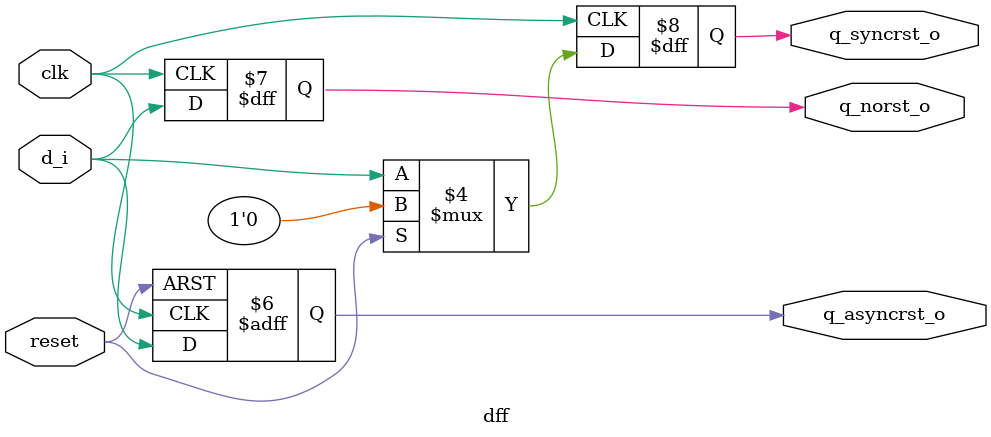
<source format=sv>
module dff (
	input logic  clk,
	input logic  reset,
	input logic  d_i,
	
	output logic q_norst_o,
	output logic q_syncrst_o,
	output logic q_asyncrst_o);
  
    always@(posedge clk) begin
    
        // no reset D flip flop
        q_norst_o <= d_i;
    
        // Synchronous reset flip flop
        if(reset)
            q_syncrst_o <= 0;
        else
            q_syncrst_o <= d_i;
    end
  
    // Asynchronous reset flip flop
    always@(posedge clk or posedge reset) begin
        if(reset)
            q_asyncrst_o <= 0;
        else
            q_asyncrst_o <= d_i;
    end
endmodule
</source>
